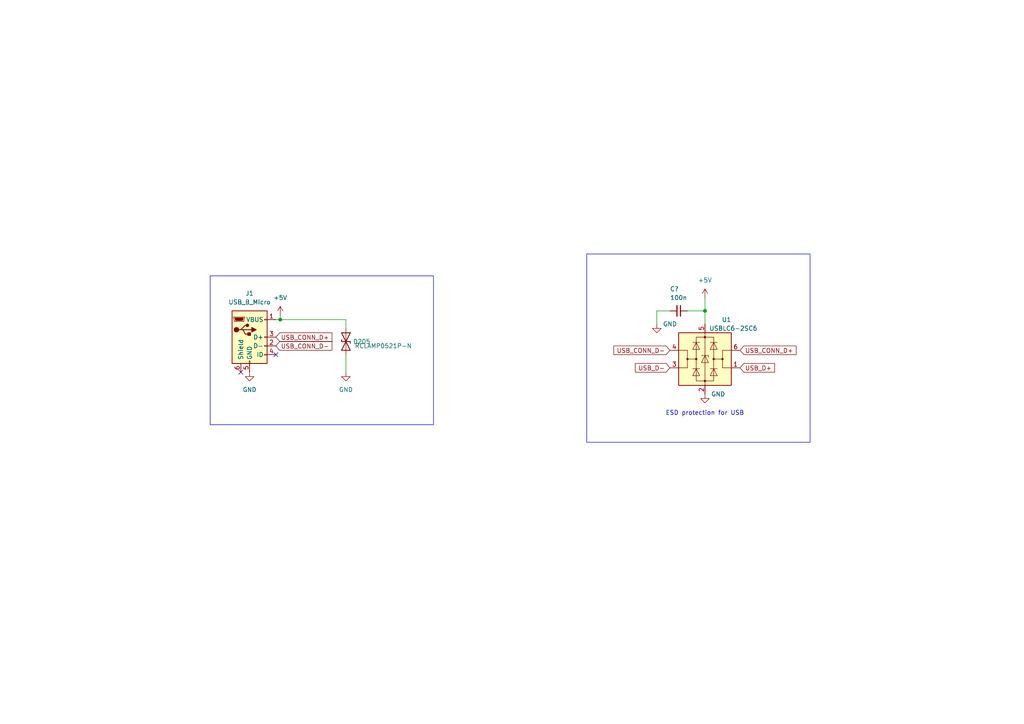
<source format=kicad_sch>
(kicad_sch (version 20231120) (generator "eeschema") (generator_version "8.0")
  (paper "A4")
  (lib_symbols
    (symbol "Connector:USB_B_Micro" (pin_names (offset 1.016))
      (property "Reference" "J" (at -5.08 11.43 0))
      (property "Value" "USB_B_Micro" (at -5.08 8.89 0))
      (symbol "USB_B_Micro_0_1"
        (rectangle (start -5.08 -7.62) (end 5.08 7.62) (stroke (width 0.254)) (fill (type background)))
        (circle (center -3.81 2.159) (radius 0.635) (stroke (width 0.254)) (fill (type outline)))
        (circle (center -0.635 3.429) (radius 0.381) (stroke (width 0.254)) (fill (type outline)))
        (rectangle (start -0.127 -7.62) (end 0.127 -6.858))
        (polyline (pts (xy -1.905 2.159) (xy 0.635 2.159)) (stroke (width 0.254)))
        (polyline (pts (xy -3.175 2.159) (xy -2.54 2.159) (xy -1.27 3.429) (xy -0.635 3.429)) (stroke (width 0.254)))
        (polyline (pts (xy -2.54 2.159) (xy -1.905 2.159) (xy -1.27 0.889) (xy 0 0.889)) (stroke (width 0.254)))
        (polyline (pts (xy 0.635 2.794) (xy 0.635 1.524) (xy 1.905 2.159) (xy 0.635 2.794)) (stroke (width 0.254)) (fill (type outline)))
        (polyline (pts (xy -4.318 5.588) (xy -1.778 5.588) (xy -2.032 4.826) (xy -4.064 4.826) (xy -4.318 5.588)) (fill (type outline)))
        (polyline (pts (xy -4.699 5.842) (xy -4.699 5.588) (xy -4.445 4.826) (xy -4.445 4.572) (xy -1.651 4.572) (xy -1.651 4.826) (xy -1.397 5.588) (xy -1.397 5.842) (xy -4.699 5.842)))
        (rectangle (start 0.254 1.27) (end -0.508 0.508) (stroke (width 0.254)) (fill (type outline)))
        (rectangle (start 5.08 -5.207) (end 4.318 -4.953))
        (rectangle (start 5.08 -2.667) (end 4.318 -2.413))
        (rectangle (start 5.08 -0.127) (end 4.318 0.127))
        (rectangle (start 5.08 4.953) (end 4.318 5.207))
      )
      (symbol "USB_B_Micro_1_1"
        (pin power_out line (at 7.62 5.08 180) (length 2.54) (name "VBUS") (number "1"))
        (pin bidirectional line (at 7.62 -2.54 180) (length 2.54) (name "D-") (number "2"))
        (pin bidirectional line (at 7.62 0 180) (length 2.54) (name "D+") (number "3"))
        (pin passive line (at 7.62 -5.08 180) (length 2.54) (name "ID") (number "4"))
        (pin power_out line (at 0 -10.16 90) (length 2.54) (name "GND") (number "5"))
        (pin passive line (at -2.54 -10.16 90) (length 2.54) (name "Shield") (number "6"))
      )
    )
    (symbol "Device:C_Small" (pin_numbers hide) (pin_names (offset 0.254) hide)
      (property "Reference" "C" (at 0.254 1.778 0))
      (property "Value" "C_Small" (at 0.254 -2.032 0))
      (symbol "C_Small_0_1"
        (polyline (pts (xy -1.524 -0.508) (xy 1.524 -0.508)) (stroke (width 0.3302)))
        (polyline (pts (xy -1.524 0.508) (xy 1.524 0.508)) (stroke (width 0.3048)))
      )
      (symbol "C_Small_1_1"
        (pin passive line (at 0 2.54 270) (length 2.032) (name "~") (number "1"))
        (pin passive line (at 0 -2.54 90) (length 2.032) (name "~") (number "2"))
      )
    )
    (symbol "Device:D_TVS" (pin_numbers hide) (pin_names (offset 1.016) hide)
      (property "Reference" "D" (at 0 2.54 0))
      (property "Value" "D_TVS" (at 0 -2.54 0))
      (symbol "D_TVS_0_1"
        (polyline (pts (xy 1.27 0) (xy -1.27 0)))
        (polyline (pts (xy 0.508 1.27) (xy 0 1.27) (xy 0 -1.27) (xy -0.508 -1.27)) (stroke (width 0.254)))
        (polyline (pts (xy -2.54 1.27) (xy -2.54 -1.27) (xy 2.54 1.27) (xy 2.54 -1.27) (xy -2.54 1.27)) (stroke (width 0.254)))
      )
      (symbol "D_TVS_1_1"
        (pin passive line (at -3.81 0 0) (length 2.54) (name "A1") (number "1"))
        (pin passive line (at 3.81 0 180) (length 2.54) (name "A2") (number "2"))
      )
    )
    (symbol "Power_Protection:USBLC6-2SC6" (pin_names hide)
      (property "Reference" "U" (at 2.54 8.89 0))
      (property "Value" "USBLC6-2SC6" (at 2.54 -8.89 0))
      (symbol "USBLC6-2SC6_0_1"
        (rectangle (start -7.62 -7.62) (end 7.62 7.62) (stroke (width 0.254)) (fill (type background)))
        (circle (center -5.08 0) (radius 0.254) (fill (type outline)))
        (circle (center -2.54 0) (radius 0.254) (fill (type outline)))
        (rectangle (start -2.54 6.35) (end 2.54 -6.35))
        (circle (center 0 -6.35) (radius 0.254) (fill (type outline)))
        (polyline (pts (xy -5.08 -2.54) (xy -7.62 -2.54)))
        (polyline (pts (xy -5.08 0) (xy -5.08 -2.54)))
        (polyline (pts (xy -5.08 2.54) (xy -7.62 2.54)))
        (polyline (pts (xy -1.524 -2.794) (xy -3.556 -2.794)))
        (polyline (pts (xy -1.524 4.826) (xy -3.556 4.826)))
        (polyline (pts (xy 0 -7.62) (xy 0 -6.35)))
        (polyline (pts (xy 0 -6.35) (xy 0 1.27)))
        (polyline (pts (xy 0 1.27) (xy 0 6.35)))
        (polyline (pts (xy 0 6.35) (xy 0 7.62)))
        (polyline (pts (xy 1.524 -2.794) (xy 3.556 -2.794)))
        (polyline (pts (xy 1.524 4.826) (xy 3.556 4.826)))
        (polyline (pts (xy 5.08 -2.54) (xy 7.62 -2.54)))
        (polyline (pts (xy 5.08 0) (xy 5.08 -2.54)))
        (polyline (pts (xy 5.08 2.54) (xy 7.62 2.54)))
        (polyline (pts (xy -2.54 0) (xy -5.08 0) (xy -5.08 2.54)))
        (polyline (pts (xy 2.54 0) (xy 5.08 0) (xy 5.08 2.54)))
        (polyline (pts (xy -3.556 -4.826) (xy -1.524 -4.826) (xy -2.54 -2.794) (xy -3.556 -4.826)))
        (polyline (pts (xy -3.556 2.794) (xy -1.524 2.794) (xy -2.54 4.826) (xy -3.556 2.794)))
        (polyline (pts (xy -1.016 -1.016) (xy 1.016 -1.016) (xy 0 1.016) (xy -1.016 -1.016)))
        (polyline (pts (xy 1.016 1.016) (xy 0.762 1.016) (xy -1.016 1.016) (xy -1.016 0.508)))
        (polyline (pts (xy 3.556 -4.826) (xy 1.524 -4.826) (xy 2.54 -2.794) (xy 3.556 -4.826)))
        (polyline (pts (xy 3.556 2.794) (xy 1.524 2.794) (xy 2.54 4.826) (xy 3.556 2.794)))
        (circle (center 0 6.35) (radius 0.254) (fill (type outline)))
        (circle (center 2.54 0) (radius 0.254) (fill (type outline)))
        (circle (center 5.08 0) (radius 0.254) (fill (type outline)))
      )
      (symbol "USBLC6-2SC6_1_1"
        (pin passive line (at -10.16 -2.54 0) (length 2.54) (name "I/O1") (number "1"))
        (pin passive line (at 0 -10.16 90) (length 2.54) (name "GND") (number "2"))
        (pin passive line (at 10.16 -2.54 180) (length 2.54) (name "I/O2") (number "3"))
        (pin passive line (at 10.16 2.54 180) (length 2.54) (name "I/O2") (number "4"))
        (pin passive line (at 0 10.16 270) (length 2.54) (name "VBUS") (number "5"))
        (pin passive line (at -10.16 2.54 0) (length 2.54) (name "I/O1") (number "6"))
      )
    )
    (symbol "power:+5V" (power) (pin_names (offset 0))
      (property "Value" "+5V" (at 0 3.556 0))
      (symbol "+5V_0_1"
        (polyline (pts (xy -0.762 1.27) (xy 0 2.54)))
        (polyline (pts (xy 0 0) (xy 0 2.54)))
        (polyline (pts (xy 0 2.54) (xy 0.762 1.27)))
      )
      (symbol "+5V_1_1"
        (pin power_in line (at 0 0 90) (length 0) hide (name "+5V") (number "1"))
      )
    )
    (symbol "power:GND" (power) (pin_names (offset 0))
      (property "Value" "GND" (at 0 -3.81 0))
      (symbol "GND_0_1"
        (polyline (pts (xy 0 0) (xy 0 -1.27) (xy 1.27 -1.27) (xy 0 -2.54) (xy -1.27 -1.27) (xy 0 -1.27)))
      )
      (symbol "GND_1_1"
        (pin power_in line (at 0 0 270) (length 0) hide (name "GND") (number "1"))
      )
    )
  )
  (junction (at 81.28 92.71))
  (junction (at 204.47 90.17))
  (no_connect (at 69.85 107.95))
  (no_connect (at 80.01 102.87))
  (wire (pts (xy 80.01 92.71) (xy 81.28 92.71)))
  (wire (pts (xy 100.33 92.71) (xy 100.33 95.25)))
  (wire (pts (xy 81.28 92.71) (xy 100.33 92.71)))
  (wire (pts (xy 190.5 90.17) (xy 190.5 93.98)))
  (wire (pts (xy 204.47 90.17) (xy 204.47 93.98)))
  (wire (pts (xy 199.39 90.17) (xy 204.47 90.17)))
  (wire (pts (xy 100.33 102.87) (xy 100.33 107.95)))
  (wire (pts (xy 204.47 86.36) (xy 204.47 90.17)))
  (wire (pts (xy 81.28 92.71) (xy 81.28 91.44)))
  (wire (pts (xy 194.31 90.17) (xy 190.5 90.17)))
  (rectangle (start 60.96 80.01) (end 125.73 123.19))
  (rectangle (start 170.18 73.66) (end 234.95 128.27))
  (text "ESD protection for USB" (at 193.04 120.65 0) (effects (font (size 1.27 1.27)) (justify left bottom)))
  (global_label "USB_CONN_D-" (shape input) (at 80.01 100.33 0) (property "Intersheetrefs" "${INTERSHEET_REFS}" (effects (hide yes))))
  (global_label "USB_CONN_D+" (shape input) (at 80.01 97.79 0) (property "Intersheetrefs" "${INTERSHEET_REFS}" (effects (hide yes))))
  (global_label "USB_CONN_D-" (shape input) (at 194.31 101.6 180) (property "Intersheetrefs" "${INTERSHEET_REFS}" (effects (hide yes))))
  (global_label "USB_D+" (shape input) (at 214.63 106.68 0) (property "Intersheetrefs" "${INTERSHEET_REFS}" (effects (hide yes))))
  (global_label "USB_CONN_D+" (shape input) (at 214.63 101.6 0) (property "Intersheetrefs" "${INTERSHEET_REFS}" (effects (hide yes))))
  (global_label "USB_D-" (shape input) (at 194.31 106.68 180) (property "Intersheetrefs" "${INTERSHEET_REFS}" (effects (hide yes))))
  (symbol (lib_id "power:GND") (at 100.33 107.95 0) (unit 1)
    (property "Reference" "#PWR042" (effects (hide yes)))
    (property "Value" "GND" (at 100.33 113.03 0))
    (instances (project "CloverIMU_REV2" (path "" (reference "#PWR042") (unit 1)) (path "" (reference "#PWR0403") (unit 1))))
  )
  (symbol (lib_id "power:GND") (at 190.5 93.98 0) (unit 1)
    (property "Reference" "#PWR043" (effects (hide yes)))
    (property "Value" "GND" (at 194.31 93.98 0))
    (instances (project "CloverIMU_REV2" (path "" (reference "#PWR043") (unit 1)) (path "" (reference "#PWR0404") (unit 1))))
  )
  (symbol (lib_id "power:+5V") (at 81.28 91.44 0) (unit 1)
    (property "Reference" "#PWR02" (effects (hide yes)))
    (property "Value" "+5V" (at 81.28 86.36 0))
    (instances (project "CloverIMU_REV2" (path "" (reference "#PWR02") (unit 1)) (path "" (reference "#PWR0402") (unit 1))))
  )
  (symbol (lib_id "Connector:USB_B_Micro") (at 72.39 97.79 0) (unit 1)
    (property "Reference" "J1" (at 72.39 85.09 0))
    (property "Value" "USB_B_Micro" (at 72.39 87.63 0))
    (property "Footprint" "AccelerometerEval:MicroXNJ" (effects (hide yes)))
    (property "LCSC" "C404969" (effects (hide yes)))
    (instances (project "CloverIMU_REV2" (path "" (reference "J1") (unit 1)) (path "" (reference "J401") (unit 1))))
  )
  (symbol (lib_id "Power_Protection:USBLC6-2SC6") (at 204.47 104.14 0) (mirror y) (unit 1)
    (property "Reference" "U1" (at 212.09 92.71 0) (effects (justify left)))
    (property "Value" "USBLC6-2SC6" (at 219.71 95.25 0) (effects (justify left)))
    (property "Footprint" "Package_TO_SOT_SMD:SOT-23-6" (effects (hide yes)))
    (property "Datasheet" "https://www.st.com/resource/en/datasheet/usblc6-2.pdf" (effects (hide yes)))
    (property "LCSC" "C2827654" (effects (hide yes)))
    (instances (project "CloverIMU_REV2" (path "" (reference "U1") (unit 1)) (path "" (reference "U401") (unit 1))))
  )
  (symbol (lib_id "power:GND") (at 72.39 107.95 0) (unit 1)
    (property "Reference" "#PWR01" (effects (hide yes)))
    (property "Value" "GND" (at 72.39 113.03 0))
    (instances (project "CloverIMU_REV2" (path "" (reference "#PWR01") (unit 1)) (path "" (reference "#PWR0401") (unit 1))))
  )
  (symbol (lib_id "power:GND") (at 204.47 114.3 0) (unit 1)
    (property "Reference" "#PWR09" (effects (hide yes)))
    (property "Value" "GND" (at 208.28 114.3 0))
    (instances (project "CloverIMU_REV2" (path "" (reference "#PWR09") (unit 1)) (path "" (reference "#PWR0406") (unit 1))))
  )
  (symbol (lib_id "Device:C_Small") (at 196.85 90.17 270) (mirror x) (unit 1)
    (property "Reference" "C?" (at 194.31 83.82 90) (effects (justify left)))
    (property "Value" "100n" (at 194.31 86.36 90) (effects (justify left)))
    (property "Footprint" "Capacitor_SMD:C_0402_1005Metric" (effects (hide yes)))
    (property "LCSC" "C1525" (effects (hide yes)))
    (instances (project "CloverIMU_REV2" (path "" (reference "C?") (unit 1)) (path "" (reference "C401") (unit 1))))
  )
  (symbol (lib_id "Device:D_TVS") (at 100.33 99.06 270) (unit 1)
    (property "Reference" "D205" (at 102.362 99.06 90) (effects (justify left)))
    (property "Value" "RCLAMP0521P-N" (at 102.87 100.33 90) (effects (justify left)))
    (property "Footprint" "Diode_SMD:D_0402_1005Metric" (effects (hide yes)))
    (property "LCSC" "C316043" (effects (hide yes)))
    (instances (project "BluePhil" (path "" (reference "D205") (unit 1))) (project "CloverIMU_REV2" (path "" (reference "D?") (unit 1)) (path "" (reference "D401") (unit 1))))
  )
  (symbol (lib_id "power:+5V") (at 204.47 86.36 0) (unit 1)
    (property "Reference" "#PWR08" (effects (hide yes)))
    (property "Value" "+5V" (at 204.47 81.28 0))
    (instances (project "CloverIMU_REV2" (path "" (reference "#PWR08") (unit 1)) (path "" (reference "#PWR0405") (unit 1))))
  )
)
</source>
